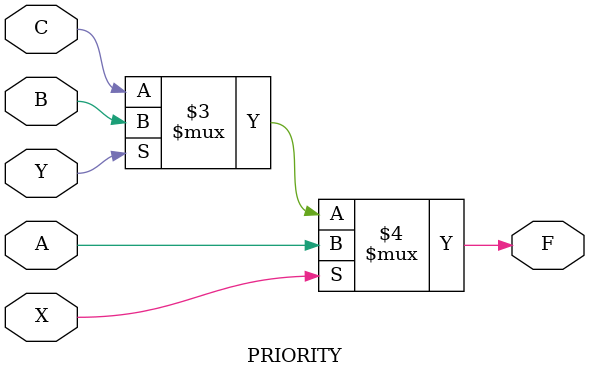
<source format=v>
module PRIORITY (
    A, B, C, X, Y, F
);
    input A, B, C, X, Y;
    output F;

    assign F = (X == 1'b1) ? A :
                (Y == 1'b1) ? B :
                                C;
    
endmodule
</source>
